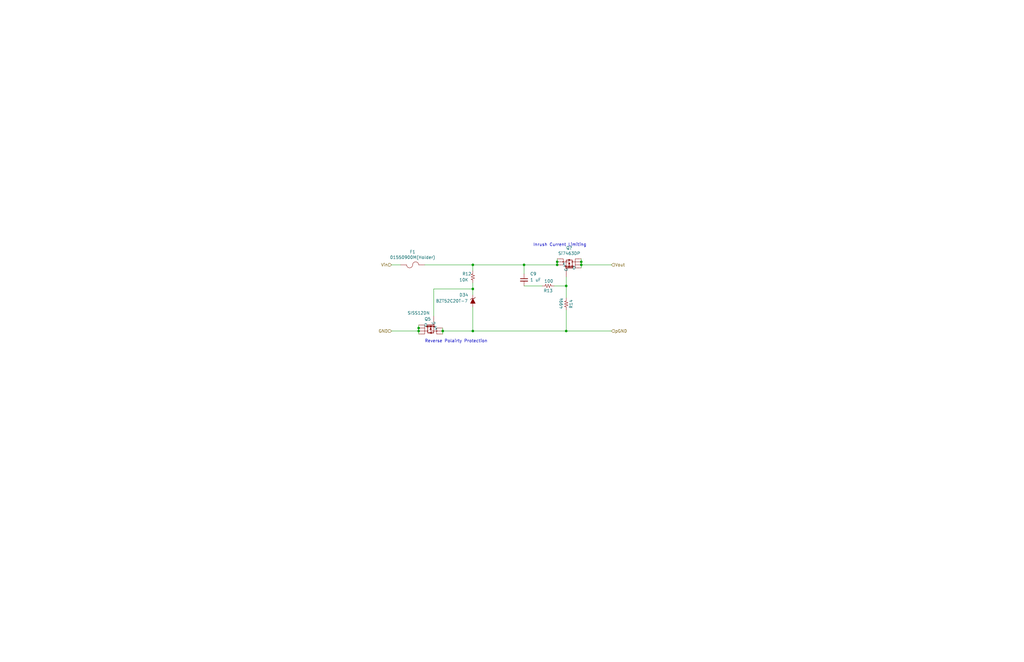
<source format=kicad_sch>
(kicad_sch (version 20211123) (generator eeschema)
  (paper "B")
  (title_block (title "PowerInputProtection") (date "2020-09-19") (rev "A") (company "Guatek"))
  (lib_symbols
    (symbol "Dual-Mag-Camera-Control-rescue:01550900M(Holder)-ProjectDevices" (pin_names (offset 1.016))
      (property "Reference" "F" (at 0 2.54 0))
      (property "Value" "01550900M(Holder)-ProjectDevices" (at 0 -3.81 0))
      (symbol "01550900M(Holder)-ProjectDevices_0_1"
        (arc (start -2.54 0) (mid -1.27 -1.27) (end 0 0))
        (arc (start 2.54 0) (mid 1.27 1.27) (end 0 0))
      )
      (symbol "01550900M(Holder)-ProjectDevices_1_1"
        (pin passive line (at -5.08 0 0) (length 2.54) (name "1") (number "1"))
        (pin passive line (at 5.08 0 180) (length 2.54) (name "2") (number "2"))
      )
    )
    (symbol "Dual-Mag-Camera-Control-rescue:C_Small-SPC-Control-rescue" (pin_numbers hide) (pin_names (offset 0.254) hide)
      (property "Reference" "C" (at 0.254 1.778 0))
      (property "Value" "C_Small-SPC-Control-rescue" (at 0.254 -2.032 0))
      (symbol "C_Small-SPC-Control-rescue_0_1"
        (polyline (pts (xy -1.524 -0.508) (xy 1.524 -0.508)) (stroke (width 0.3302)))
        (polyline (pts (xy -1.524 0.508) (xy 1.524 0.508)) (stroke (width 0.3048)))
      )
      (symbol "C_Small-SPC-Control-rescue_1_1"
        (pin passive line (at 0 2.54 270) (length 2.032) (name "~") (number "1"))
        (pin passive line (at 0 -2.54 90) (length 2.032) (name "~") (number "2"))
      )
    )
    (symbol "Dual-Mag-Camera-Control-rescue:Resistor_small-SPC-Control-rescue" (pin_numbers hide) (pin_names (offset 0))
      (property "Reference" "R" (at 2.032 0 90))
      (property "Value" "Resistor_small-SPC-Control-rescue" (at -2.032 0.254 90))
      (symbol "Resistor_small-SPC-Control-rescue_0_1"
        (polyline (pts (xy 0 1.27) (xy -0.762 1.016) (xy 0.762 0.508) (xy -0.762 0) (xy 0.762 -0.508) (xy -0.762 -1.016) (xy 0 -1.27)))
      )
      (symbol "Resistor_small-SPC-Control-rescue_1_1"
        (pin passive line (at 0 2.54 270) (length 1.27) (name "~") (number "1"))
        (pin passive line (at 0 -2.54 90) (length 1.27) (name "~") (number "2"))
      )
    )
    (symbol "Dual-Mag-Camera-Control-rescue:Resistor_small-SPC-Control-rescue-DeathStar-rescue-BUMP-Control-rescue" (pin_numbers hide) (pin_names (offset 0))
      (property "Reference" "R" (at 2.032 0 90))
      (property "Value" "Resistor_small-SPC-Control-rescue-DeathStar-rescue-BUMP-Control-rescue" (at -2.032 0.254 90))
      (symbol "Resistor_small-SPC-Control-rescue-DeathStar-rescue-BUMP-Control-rescue_0_1"
        (polyline (pts (xy 0 1.27) (xy -0.762 1.016) (xy 0.762 0.508) (xy -0.762 0) (xy 0.762 -0.508) (xy -0.762 -1.016) (xy 0 -1.27)))
      )
      (symbol "Resistor_small-SPC-Control-rescue-DeathStar-rescue-BUMP-Control-rescue_1_1"
        (pin passive line (at 0 2.54 270) (length 1.27) (name "~") (number "1"))
        (pin passive line (at 0 -2.54 90) (length 1.27) (name "~") (number "2"))
      )
    )
    (symbol "Dual-Mag-Camera-Control-rescue:Si7463DP-ProjectDevices" (pin_names (offset 1.016))
      (property "Reference" "Q" (at 2.54 0 0))
      (property "Value" "Si7463DP-ProjectDevices" (at 6.35 3.81 0))
      (symbol "Si7463DP-ProjectDevices_1_1"
        (circle (center 0 -1.27) (radius 0.127))
        (circle (center 0 -1.27) (radius 0.127))
        (circle (center 0 -1.27) (radius 0.127))
        (circle (center 0 -1.27) (radius 0.127))
        (polyline (pts (xy -5.08 1.27) (xy -3.81 1.27)))
        (polyline (pts (xy -2.54 1.27) (xy -3.81 1.27)))
        (polyline (pts (xy -1.905 -1.651) (xy -1.905 -1.016)) (stroke (width 0.508)))
        (polyline (pts (xy -1.905 -1.651) (xy -1.905 -1.016)) (stroke (width 0.508)))
        (polyline (pts (xy -1.905 -0.381) (xy -1.905 0.381)) (stroke (width 0.508)))
        (polyline (pts (xy -1.905 -0.381) (xy -1.905 0.381)) (stroke (width 0.508)))
        (polyline (pts (xy -1.905 1.016) (xy -1.905 1.651)) (stroke (width 0.508)))
        (polyline (pts (xy -1.778 -1.27) (xy 0 -1.27)))
        (polyline (pts (xy -1.778 -1.27) (xy 0 -1.27)))
        (polyline (pts (xy -1.778 -1.27) (xy 0 -1.27)))
        (polyline (pts (xy -1.778 -1.27) (xy 0 -1.27)))
        (polyline (pts (xy -1.778 1.27) (xy 0 1.27)))
        (polyline (pts (xy -1.27 -3.81) (xy -1.27 -2.54)))
        (polyline (pts (xy 0 -3.81) (xy 0 -2.54)))
        (polyline (pts (xy 0 1.27) (xy 0 2.54)))
        (polyline (pts (xy 0 2.54) (xy 0 3.81)))
        (polyline (pts (xy 0.381 0.381) (xy 1.143 0.381)))
        (polyline (pts (xy -2.54 -1.524) (xy -2.54 1.524) (xy -2.54 1.524)) (stroke (width 0.254)))
        (polyline (pts (xy -2.54 -1.524) (xy -2.54 1.524) (xy -2.54 1.524)) (stroke (width 0.254)))
        (polyline (pts (xy -1.778 0) (xy 0 0) (xy 0 1.27)))
        (polyline (pts (xy 0 2.54) (xy -1.27 2.54) (xy -1.27 3.81)))
        (polyline (pts (xy 0 2.54) (xy 1.27 2.54) (xy 1.27 3.81)))
        (polyline (pts (xy 1.27 -3.81) (xy 1.27 -2.54) (xy 0 -2.54)))
        (polyline (pts (xy -2.54 -3.81) (xy -2.54 -2.54) (xy 0 -2.54) (xy 0 -1.27)))
        (polyline (pts (xy -0.254 0) (xy -1.016 -0.381) (xy -1.016 0.381) (xy -0.254 0)) (fill (type outline)))
        (polyline (pts (xy 0 1.27) (xy 0.762 1.27) (xy 0.762 -1.27) (xy 0 -1.27)))
        (polyline (pts (xy 0 1.27) (xy 0.762 1.27) (xy 0.762 -1.27) (xy 0 -1.27)))
        (polyline (pts (xy 0 1.27) (xy 0.762 1.27) (xy 0.762 -1.27) (xy 0 -1.27)))
        (polyline (pts (xy 0 1.27) (xy 0.762 1.27) (xy 0.762 -1.27) (xy 0 -1.27)))
        (polyline (pts (xy 0.762 0.381) (xy 0.381 -0.254) (xy 1.143 -0.254) (xy 0.762 0.381)) (fill (type outline)))
        (circle (center 0 1.27) (radius 0.127))
        (circle (center 0 2.54) (radius 0.127))
        (circle (center 0 2.54) (radius 0.127))
        (circle (center 0 2.54) (radius 0.127))
        (circle (center 0 2.54) (radius 0.127))
        (pin power_out line (at -1.27 5.08 270) (length 1.27) (name "S") (number "1"))
        (pin power_out line (at 0 5.08 270) (length 1.27) (name "S") (number "2"))
        (pin power_out line (at 1.27 5.08 270) (length 1.27) (name "S") (number "3"))
        (pin passive line (at -6.35 1.27 0) (length 1.27) (name "G") (number "4"))
        (pin power_in line (at -2.54 -5.08 90) (length 1.27) (name "D") (number "5"))
        (pin power_in line (at -1.27 -5.08 90) (length 1.27) (name "D") (number "5"))
        (pin power_in line (at 0 -5.08 90) (length 1.27) (name "D") (number "5"))
        (pin power_in line (at 1.27 -5.08 90) (length 1.27) (name "D") (number "5"))
      )
    )
    (symbol "Dual-Mag-Camera-Control-rescue:SiSA72DN-ProjectDevices" (pin_names (offset 1.016))
      (property "Reference" "Q" (at 3.81 1.27 0))
      (property "Value" "SiSA72DN-ProjectDevices" (at -15.24 6.35 0))
      (symbol "SiSA72DN-ProjectDevices_1_1"
        (circle (center 0 -2.54) (radius 0.127))
        (circle (center 0 -2.54) (radius 0.127))
        (circle (center 0 -2.54) (radius 0.127))
        (circle (center 0 -2.54) (radius 0.127))
        (circle (center 0 -1.27) (radius 0.127))
        (polyline (pts (xy -5.08 -1.27) (xy -3.81 -1.27)))
        (polyline (pts (xy -2.54 -1.27) (xy -3.81 -1.27)))
        (polyline (pts (xy -1.905 -1.016) (xy -1.905 -1.651)) (stroke (width 0.508)))
        (polyline (pts (xy -1.905 0.381) (xy -1.905 -0.381)) (stroke (width 0.508)))
        (polyline (pts (xy -1.905 0.381) (xy -1.905 -0.381)) (stroke (width 0.508)))
        (polyline (pts (xy -1.905 1.651) (xy -1.905 1.016)) (stroke (width 0.508)))
        (polyline (pts (xy -1.905 1.651) (xy -1.905 1.016)) (stroke (width 0.508)))
        (polyline (pts (xy -1.778 -1.27) (xy 0 -1.27)))
        (polyline (pts (xy -1.778 1.27) (xy 0 1.27)))
        (polyline (pts (xy -1.778 1.27) (xy 0 1.27)))
        (polyline (pts (xy -1.778 1.27) (xy 0 1.27)))
        (polyline (pts (xy -1.778 1.27) (xy 0 1.27)))
        (polyline (pts (xy -1.27 3.81) (xy -1.27 2.54)))
        (polyline (pts (xy 0 -2.54) (xy 0 -3.81)))
        (polyline (pts (xy 0 -1.27) (xy 0 -2.54)))
        (polyline (pts (xy 0 3.81) (xy 0 2.54)))
        (polyline (pts (xy 0.381 0.254) (xy 1.143 0.254)))
        (polyline (pts (xy -2.54 1.524) (xy -2.54 -1.524) (xy -2.54 -1.524)) (stroke (width 0.254)))
        (polyline (pts (xy -2.54 1.524) (xy -2.54 -1.524) (xy -2.54 -1.524)) (stroke (width 0.254)))
        (polyline (pts (xy -1.778 0) (xy 0 0) (xy 0 -1.27)))
        (polyline (pts (xy 0 -2.54) (xy -1.27 -2.54) (xy -1.27 -3.81)))
        (polyline (pts (xy 0 -2.54) (xy 1.27 -2.54) (xy 1.27 -3.81)))
        (polyline (pts (xy 1.27 3.81) (xy 1.27 2.54) (xy 0 2.54)))
        (polyline (pts (xy -2.54 3.81) (xy -2.54 2.54) (xy 0 2.54) (xy 0 1.27)))
        (polyline (pts (xy -1.397 0) (xy -0.635 -0.381) (xy -0.635 0.381) (xy -1.397 0)) (fill (type outline)))
        (polyline (pts (xy 0 -1.27) (xy 0.762 -1.27) (xy 0.762 1.27) (xy 0 1.27)))
        (polyline (pts (xy 0 -1.27) (xy 0.762 -1.27) (xy 0.762 1.27) (xy 0 1.27)))
        (polyline (pts (xy 0 -1.27) (xy 0.762 -1.27) (xy 0.762 1.27) (xy 0 1.27)))
        (polyline (pts (xy 0 -1.27) (xy 0.762 -1.27) (xy 0.762 1.27) (xy 0 1.27)))
        (polyline (pts (xy 0.762 0.254) (xy 1.143 -0.381) (xy 0.381 -0.381) (xy 0.762 0.254)) (fill (type outline)))
        (circle (center 0 1.27) (radius 0.127))
        (circle (center 0 1.27) (radius 0.127))
        (circle (center 0 1.27) (radius 0.127))
        (circle (center 0 1.27) (radius 0.127))
        (pin power_in line (at 1.27 -5.08 90) (length 1.27) (name "S") (number "1"))
        (pin bidirectional line (at -1.27 -5.08 90) (length 1.27) (name "S") (number "2"))
        (pin bidirectional line (at 0 -5.08 90) (length 1.27) (name "S") (number "3"))
        (pin passive line (at -6.35 -1.27 0) (length 1.27) (name "G") (number "4"))
        (pin passive line (at -2.54 5.08 270) (length 1.27) (name "D") (number "5"))
        (pin power_in line (at -1.27 5.08 270) (length 1.27) (name "D") (number "5"))
        (pin power_in line (at 0 5.08 270) (length 1.27) (name "D") (number "5"))
        (pin power_in line (at 1.27 5.08 270) (length 1.27) (name "D") (number "5"))
      )
    )
    (symbol "Dual-Mag-Camera-Control-rescue:ZENERsmall-RESCUE-PowerControlBoard-SPC-Control-rescue-DeathStar-rescue-BUMP-Control-rescue" (pin_numbers hide) (pin_names (offset 1.016) hide)
      (property "Reference" "D" (at 0 2.54 0))
      (property "Value" "ZENERsmall-RESCUE-PowerControlBoard-SPC-Control-rescue-DeathStar-rescue-BUMP-Control-rescue" (at 0 -2.54 0))
      (symbol "ZENERsmall-RESCUE-PowerControlBoard-SPC-Control-rescue-DeathStar-rescue-BUMP-Control-rescue_0_1"
        (polyline (pts (xy -1.524 1.016) (xy -1.016 0.508) (xy -1.016 -0.508) (xy -0.508 -1.016)) (stroke (width 0.2032)))
        (polyline (pts (xy 1.016 1.016) (xy -1.016 0) (xy 1.016 -1.016) (xy 1.016 1.016)) (fill (type outline)))
      )
      (symbol "ZENERsmall-RESCUE-PowerControlBoard-SPC-Control-rescue-DeathStar-rescue-BUMP-Control-rescue_1_1"
        (pin passive line (at -2.54 0 0) (length 1.524) (name "K") (number "1"))
        (pin passive line (at 2.54 0 180) (length 1.524) (name "A") (number "2"))
      )
    )
  )
  (junction (at 238.76 120.65))
  (junction (at 176.53 138.43))
  (junction (at 199.39 121.92))
  (junction (at 238.76 139.7))
  (junction (at 245.11 110.49))
  (junction (at 186.69 139.7))
  (junction (at 234.95 110.49))
  (junction (at 234.95 111.76))
  (junction (at 176.53 139.7))
  (junction (at 199.39 111.76))
  (junction (at 220.98 111.76))
  (junction (at 199.39 139.7))
  (junction (at 245.11 111.76))
  (wire (pts (xy 199.39 111.76) (xy 220.98 111.76)))
  (wire (pts (xy 176.53 140.97) (xy 176.53 139.7)))
  (wire (pts (xy 245.11 110.49) (xy 245.11 111.76)))
  (wire (pts (xy 199.39 121.92) (xy 199.39 119.38)))
  (wire (pts (xy 179.07 111.76) (xy 199.39 111.76)))
  (wire (pts (xy 238.76 116.84) (xy 238.76 120.65)))
  (wire (pts (xy 176.53 138.43) (xy 176.53 139.7)))
  (wire (pts (xy 245.11 109.22) (xy 245.11 110.49)))
  (wire (pts (xy 220.98 111.76) (xy 220.98 115.57)))
  (wire (pts (xy 165.1 139.7) (xy 176.53 139.7)))
  (wire (pts (xy 199.39 121.92) (xy 182.88 121.92)))
  (wire (pts (xy 199.39 124.46) (xy 199.39 121.92)))
  (wire (pts (xy 199.39 139.7) (xy 238.76 139.7)))
  (wire (pts (xy 199.39 129.54) (xy 199.39 139.7)))
  (wire (pts (xy 245.11 111.76) (xy 245.11 113.03)))
  (wire (pts (xy 238.76 139.7) (xy 257.81 139.7)))
  (wire (pts (xy 238.76 120.65) (xy 238.76 125.73)))
  (wire (pts (xy 220.98 120.65) (xy 228.6 120.65)))
  (wire (pts (xy 234.95 110.49) (xy 234.95 111.76)))
  (wire (pts (xy 186.69 139.7) (xy 186.69 140.97)))
  (wire (pts (xy 245.11 111.76) (xy 257.81 111.76)))
  (wire (pts (xy 186.69 138.43) (xy 186.69 139.7)))
  (wire (pts (xy 182.88 121.92) (xy 182.88 133.35)))
  (wire (pts (xy 238.76 130.81) (xy 238.76 139.7)))
  (wire (pts (xy 186.69 139.7) (xy 199.39 139.7)))
  (wire (pts (xy 220.98 111.76) (xy 234.95 111.76)))
  (wire (pts (xy 168.91 111.76) (xy 165.1 111.76)))
  (wire (pts (xy 233.68 120.65) (xy 238.76 120.65)))
  (wire (pts (xy 199.39 114.3) (xy 199.39 111.76)))
  (wire (pts (xy 234.95 109.22) (xy 234.95 110.49)))
  (wire (pts (xy 176.53 137.16) (xy 176.53 138.43)))
  (text "Inrush Current Limiting" (at 224.79 104.14 0) (effects (font (size 1.27 1.27)) (justify left bottom)))
  (text "Reverse Polairty Protection" (at 179.07 144.78 0) (effects (font (size 1.27 1.27)) (justify left bottom)))
  (hierarchical_label "Vout" (shape input) (at 257.81 111.76 0))
  (hierarchical_label "GND" (shape input) (at 165.1 139.7 180))
  (hierarchical_label "Vin" (shape input) (at 165.1 111.76 180))
  (hierarchical_label "pGND" (shape input) (at 257.81 139.7 0))
  (symbol (lib_id "Dual-Mag-Camera-Control-rescue:Resistor_small-SPC-Control-rescue") (at 231.14 120.65 270)
    (property "Reference" "R13" (at 231.14 122.682 90))
    (property "Value" "100" (at 231.394 118.618 90))
    (property "Footprint" "Resistor_SMD:R_0603_1608Metric" (effects hide))
    (property "Datasheet" "https://www.digikey.com/en/product-highlight/p/panasonic/era-xa-metal-thin-film-chip-resistors" (effects hide))
    (property "Part Number" "P100DBCT-ND" (effects hide))
    (property "Supplier" "Digikey" (effects hide))
    (property "Link" "https://www.digikey.com/product-detail/en/panasonic-electronic-components/ERA-3AEB101V/P100DBCT-ND/1466028" (effects hide))
  )
  (symbol (lib_id "Dual-Mag-Camera-Control-rescue:C_Small-SPC-Control-rescue") (at 220.98 118.11 0)
    (property "Reference" "C9" (at 223.52 115.57 0) (effects (justify left)))
    (property "Value" "1 uF" (at 223.52 118.11 0) (effects (justify left)))
    (property "Footprint" "Capacitor_SMD:C_0805_2012Metric" (effects hide))
    (property "Datasheet" "https://www.yageo.com/upload/media/product/productsearch/datasheet/mlcc/UPY-GPHC_X7R_6.3V-to-50V_18.pdf" (effects hide))
    (property "Part Number" "311-3498-1-ND" (effects hide))
    (property "Supplier" "Digikey" (effects hide))
    (property "Link" "https://www.digikey.com/product-detail/en/yageo/CC0805JKX7R9BB105/311-3498-1-ND/7164519" (effects hide))
  )
  (symbol (lib_id "Dual-Mag-Camera-Control-rescue:SiSA72DN-ProjectDevices") (at 181.61 139.7 90) (mirror x)
    (property "Reference" "Q5" (at 180.34 134.62 90))
    (property "Value" "SISS12DN" (at 176.53 132.08 90))
    (property "Footprint" "Package_SO:Vishay_PowerPAK_1212-8_Single" (effects hide))
    (property "Datasheet" "https://www.vishay.com/docs/75281/siss12dn.pdf" (effects hide))
    (property "Part Number" "SISS12DN-T1-GE3CT-ND" (effects hide))
    (property "Supplier" "Digikey" (effects hide))
    (property "Link" "https://www.digikey.com/en/products/detail/vishay-siliconix/siss12dn-t1-ge3/8572063" (effects hide))
  )
  (symbol (lib_id "Dual-Mag-Camera-Control-rescue:ZENERsmall-RESCUE-PowerControlBoard-SPC-Control-rescue-DeathStar-rescue-BUMP-Control-rescue") (at 199.39 127 270)
    (property "Reference" "D34" (at 195.58 124.46 90))
    (property "Value" "BZT52C20T-7" (at 190.5 127 90))
    (property "Footprint" "Diode_SMD:D_SOD-523" (effects hide))
    (property "Datasheet" "https://www.diodes.com/assets/Datasheets/ds30502.pdf" (effects hide))
    (property "Part Number" "BZT52C20T-7" (effects hide))
    (property "Supplier" "Digikey" (effects hide))
    (property "Link" "https://www.digikey.com/product-detail/en/diodes-incorporated/BZT52C20T-7/BZT52C20T-7DICT-ND/2181077" (effects hide))
  )
  (symbol (lib_id "Dual-Mag-Camera-Control-rescue:Resistor_small-SPC-Control-rescue-DeathStar-rescue-BUMP-Control-rescue") (at 199.39 116.84 0)
    (property "Reference" "R12" (at 196.85 115.57 0))
    (property "Value" "10K" (at 195.58 118.11 0))
    (property "Footprint" "Resistor_SMD:R_0603_1608Metric_Pad1.05x0.95mm_HandSolder" (effects hide))
    (property "Datasheet" "http://www.vishay.com/docs/28705/mcx0x0xpro.pdf" (effects hide))
    (property "Part Number" "MCT0603-10.0K-CFCT-ND" (effects hide))
    (property "Supplier" "Digikey" (effects hide))
    (property "Link" "https://www.digikey.com/product-detail/en/vishay-beyschlag/MCT06030C1002FP500/MCT0603-10.0K-CFCT-ND/2607933" (effects hide))
  )
  (symbol (lib_id "Dual-Mag-Camera-Control-rescue:Resistor_small-SPC-Control-rescue") (at 238.76 128.27 0)
    (property "Reference" "R14" (at 240.792 128.27 90))
    (property "Value" "499k" (at 236.728 128.016 90))
    (property "Footprint" "Resistor_SMD:R_0603_1608Metric" (effects hide))
    (property "Datasheet" "https://www.digikey.com/en/product-highlight/y/yageo/thin-film-chip-resistors" (effects hide))
    (property "Part Number" "YAG4565CT-ND" (effects hide))
    (property "Supplier" "Digikey" (effects hide))
    (property "Link" "https://www.digikey.com/product-detail/en/yageo/RT0603BRD07499KL/YAG4565CT-ND/6616721" (effects hide))
  )
  (symbol (lib_id "Dual-Mag-Camera-Control-rescue:01550900M(Holder)-ProjectDevices") (at 173.99 111.76 0)
    (property "Reference" "F1" (at 173.99 106.299 0))
    (property "Value" "01550900M(Holder)" (at 173.99 108.6104 0))
    (property "Footprint" "ProjectFootprints:01550900M" (effects hide))
    (property "Datasheet" "https://www.littelfuse.com/~/media/electronics/datasheets/fuses/littelfuse_fuse_154_154t_154l_154tl_datasheet.pdf.pdf" (effects hide))
    (property "Part Number" "F1889-ND" (effects hide))
    (property "Supplier" "Digikey" (effects hide))
    (property "Link" "https://www.digikey.com/products/en/circuit-protection/fuseholders/140?k=little%20fuse%20nano" (effects hide))
  )
  (symbol (lib_id "Dual-Mag-Camera-Control-rescue:Si7463DP-ProjectDevices") (at 240.03 110.49 90)
    (property "Reference" "Q?" (at 240.03 104.6226 90))
    (property "Value" "Si7463DP" (at 240.03 106.934 90))
    (property "Footprint" "Package_SO:PowerPAK_SO-8_Single" (effects hide))
    (property "Datasheet" "https://www.vishay.com/docs/72440/si7463dp.pdf" (effects hide))
    (property "Part Number" "SI7463DP-T1-E3CT-ND" (effects hide))
    (property "Supplier" "Digikey" (effects hide))
    (property "Link" "https://www.digikey.com/en/products/detail/vishay-siliconix/SI7463DP-T1-E3/1656627" (effects hide))
  )
)
</source>
